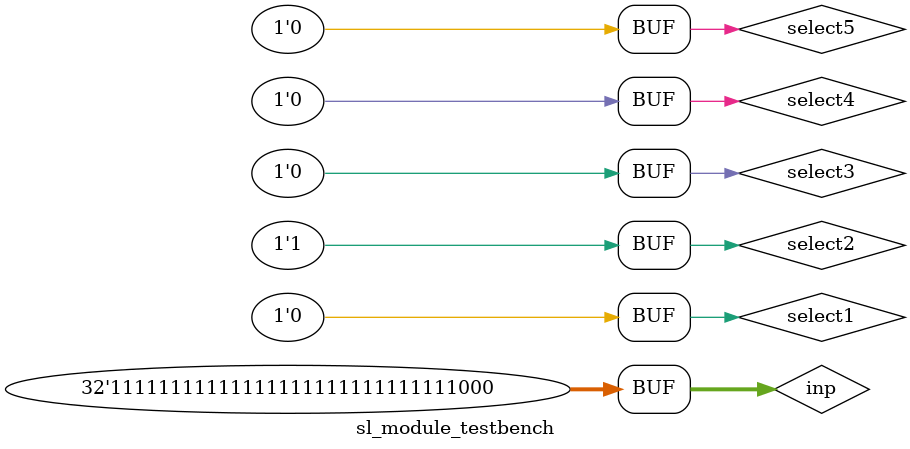
<source format=v>

`define DELAY 20
module sl_module_testbench();
reg   [31:0]inp;
wire  [31:0]outfifth;

reg select1,select2,select3,select4,select5;

sl_module call(outfifth, inp, select1,select2,select3,select4,select5);

initial begin
     
inp=32'b11111111111111111111111111111000; select1=1'b1;  select2=1'b0;  select3=1'b0;  select4=1'b0;  select5=1'b0;
#`DELAY;


inp=32'b11111111111111111111111111111000; select1=1'b0;  select2=1'b1;  select3=1'b0;  select4=1'b0;  select5=1'b0;
#`DELAY;
end
 
initial
begin
$monitor("time = %2d, inp =%32b, out=%32b, select1=%1b, select2=%1b, select3=%1b, select4=%1b, select5=%1b ", $time, inp, outfifth, select1, select2, select3, select4, select5);
end
endmodule
</source>
